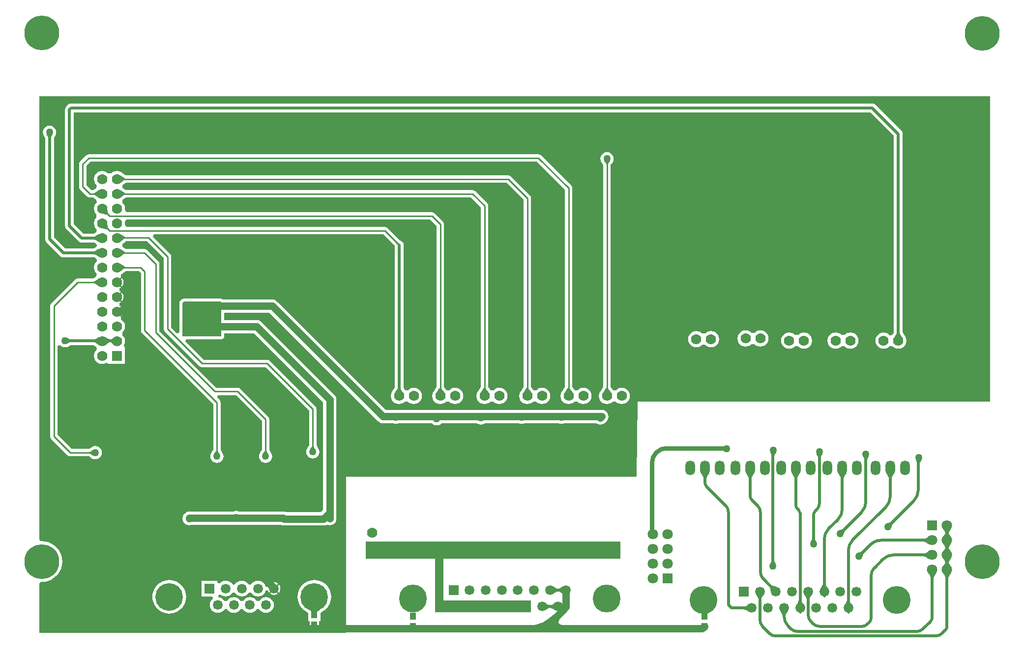
<source format=gbl>
G04*
G04 #@! TF.GenerationSoftware,Altium Limited,Altium Designer,20.1.12 (249)*
G04*
G04 Layer_Physical_Order=2*
G04 Layer_Color=16711680*
%FSTAX24Y24*%
%MOIN*%
G70*
G04*
G04 #@! TF.SameCoordinates,50E87493-BE94-4217-AE32-DCF7016E3123*
G04*
G04*
G04 #@! TF.FilePolarity,Positive*
G04*
G01*
G75*
%ADD22C,0.0100*%
%ADD28R,0.0433X0.0472*%
%ADD56C,0.0665*%
%ADD63C,0.0200*%
%ADD64C,0.0200*%
%ADD65C,0.0500*%
%ADD66C,0.0300*%
%ADD67R,0.0709X0.0709*%
%ADD68C,0.0709*%
%ADD69C,0.0700*%
%ADD70R,0.0700X0.0700*%
%ADD71R,0.0665X0.0665*%
%ADD72C,0.1874*%
%ADD73C,0.0665*%
%ADD74C,0.1890*%
%ADD75O,0.0660X0.1000*%
%ADD76C,0.0394*%
%ADD77C,0.0500*%
%ADD78C,0.2362*%
G36*
X056362Y020635D02*
X056341Y020609D01*
X056305Y020558D01*
X05629Y020534D01*
X056278Y020511D01*
X056268Y020489D01*
X05626Y020467D01*
X056254Y020447D01*
X056251Y020427D01*
X05625Y020408D01*
X05605Y020426D01*
X056049Y020446D01*
X056047Y020467D01*
X056042Y020489D01*
X056036Y020511D01*
X056028Y020533D01*
X056019Y020557D01*
X056007Y02058D01*
X055979Y02063D01*
X055963Y020655D01*
X056362Y020635D01*
D02*
G37*
G36*
X059481Y020524D02*
X059449Y020473D01*
X059436Y020449D01*
X059425Y020426D01*
X059416Y020404D01*
X059409Y020382D01*
X059404Y020361D01*
X059401Y02034D01*
X0594Y020321D01*
X0592D01*
X059199Y02034D01*
X059196Y020361D01*
X059191Y020382D01*
X059184Y020404D01*
X059175Y020426D01*
X059164Y020449D01*
X059151Y020473D01*
X059119Y020524D01*
X0591Y02055D01*
X0595D01*
X059481Y020524D01*
D02*
G37*
G36*
X062631Y020374D02*
X062599Y020323D01*
X062586Y020299D01*
X062575Y020276D01*
X062566Y020254D01*
X062559Y020232D01*
X062554Y020211D01*
X062551Y02019D01*
X06255Y020171D01*
X06235D01*
X062349Y02019D01*
X062346Y020211D01*
X062341Y020232D01*
X062334Y020254D01*
X062325Y020276D01*
X062314Y020299D01*
X062301Y020323D01*
X062269Y020374D01*
X06225Y0204D01*
X06265D01*
X062631Y020374D01*
D02*
G37*
G36*
X066229Y020126D02*
X066205Y0201D01*
X066163Y02005D01*
X066147Y020027D01*
X066132Y020004D01*
X066121Y019982D01*
X066112Y019962D01*
X066105Y019942D01*
X066101Y019923D01*
X0661Y019905D01*
X0659Y01995D01*
X065899Y019972D01*
X065897Y019994D01*
X065894Y020016D01*
X065889Y020038D01*
X065883Y020061D01*
X065867Y020106D01*
X065857Y020129D01*
X065833Y020176D01*
X066229Y020126D01*
D02*
G37*
G36*
X070859Y04485D02*
X070859Y0241D01*
X046984D01*
X046913Y019D01*
X0272Y019D01*
X0272Y0084D01*
X0064D01*
Y011762D01*
X006516Y011869D01*
X006575Y011865D01*
X006792Y011882D01*
X007003Y011932D01*
X007204Y012016D01*
X007389Y012129D01*
X007554Y01227D01*
X007696Y012436D01*
X007809Y012621D01*
X007892Y012822D01*
X007943Y013033D01*
X00796Y01325D01*
X007943Y013467D01*
X007892Y013678D01*
X007809Y013879D01*
X007696Y014064D01*
X007554Y01423D01*
X007389Y014371D01*
X007204Y014484D01*
X007003Y014568D01*
X006792Y014618D01*
X006575Y014635D01*
X006516Y014631D01*
X0064Y014738D01*
Y04485D01*
X070859Y04485D01*
D02*
G37*
G36*
X064342Y019205D02*
X064263Y019092D01*
X064244Y019058D01*
X064228Y019026D01*
X064216Y018995D01*
X064207Y018967D01*
X064202Y018941D01*
X0642Y018917D01*
X064D01*
X063998Y018941D01*
X063993Y018967D01*
X063984Y018995D01*
X063972Y019026D01*
X063956Y019058D01*
X063937Y019092D01*
X063888Y019165D01*
X063858Y019205D01*
X063825Y019246D01*
X064375D01*
X064342Y019205D01*
D02*
G37*
G36*
X061092D02*
X061013Y019092D01*
X060994Y019058D01*
X060978Y019026D01*
X060966Y018995D01*
X060957Y018967D01*
X060952Y018941D01*
X06095Y018917D01*
X06075D01*
X060748Y018941D01*
X060743Y018967D01*
X060734Y018995D01*
X060722Y019026D01*
X060706Y019058D01*
X060687Y019092D01*
X060638Y019165D01*
X060608Y019205D01*
X060575Y019246D01*
X061125D01*
X061092Y019205D01*
D02*
G37*
G36*
X057942D02*
X057863Y019092D01*
X057844Y019058D01*
X057828Y019026D01*
X057816Y018995D01*
X057807Y018967D01*
X057802Y018941D01*
X0578Y018917D01*
X0576D01*
X057598Y018941D01*
X057593Y018967D01*
X057584Y018995D01*
X057572Y019026D01*
X057556Y019058D01*
X057537Y019092D01*
X057488Y019165D01*
X057458Y019205D01*
X057425Y019246D01*
X057975D01*
X057942Y019205D01*
D02*
G37*
G36*
X054842D02*
X054763Y019092D01*
X054744Y019058D01*
X054728Y019026D01*
X054716Y018995D01*
X054707Y018967D01*
X054702Y018941D01*
X0547Y018917D01*
X0545D01*
X054498Y018941D01*
X054493Y018967D01*
X054484Y018995D01*
X054472Y019026D01*
X054456Y019058D01*
X054437Y019092D01*
X054388Y019165D01*
X054358Y019205D01*
X054325Y019246D01*
X054875D01*
X054842Y019205D01*
D02*
G37*
G36*
X051792D02*
X051713Y019092D01*
X051694Y019058D01*
X051678Y019026D01*
X051666Y018995D01*
X051657Y018967D01*
X051652Y018941D01*
X05165Y018917D01*
X05145D01*
X051448Y018941D01*
X051443Y018967D01*
X051434Y018995D01*
X051422Y019026D01*
X051406Y019058D01*
X051387Y019092D01*
X051338Y019165D01*
X051308Y019205D01*
X051275Y019246D01*
X051825D01*
X051792Y019205D01*
D02*
G37*
G36*
X064289Y015823D02*
X064276Y015808D01*
X064263Y015792D01*
X064252Y015773D01*
X064242Y015753D01*
X064232Y015731D01*
X064223Y015707D01*
X064216Y01568D01*
X064203Y015622D01*
X064198Y01559D01*
X063915Y015873D01*
X063947Y015878D01*
X064005Y015891D01*
X064031Y015899D01*
X064055Y015907D01*
X064078Y015917D01*
X064098Y015928D01*
X064116Y015939D01*
X064133Y015951D01*
X064147Y015964D01*
X064289Y015823D01*
D02*
G37*
G36*
X061039Y015347D02*
X061026Y015333D01*
X061013Y015316D01*
X061002Y015298D01*
X060992Y015278D01*
X060982Y015255D01*
X060973Y015231D01*
X060966Y015205D01*
X060953Y015147D01*
X060948Y015115D01*
X060665Y015398D01*
X060697Y015403D01*
X060755Y015416D01*
X060781Y015423D01*
X060805Y015432D01*
X060828Y015442D01*
X060848Y015452D01*
X060866Y015463D01*
X060883Y015476D01*
X060897Y015489D01*
X061039Y015347D01*
D02*
G37*
G36*
X068198Y01544D02*
X068096Y01528D01*
X068079Y015248D01*
X068067Y015218D01*
X06806Y0152D01*
X068067Y015182D01*
X068079Y015152D01*
X068096Y01512D01*
X06814Y015046D01*
X068198Y01496D01*
X068233Y014913D01*
X067667D01*
X067702Y01496D01*
X067804Y01512D01*
X067821Y015152D01*
X067833Y015182D01*
X06784Y0152D01*
X067833Y015218D01*
X067821Y015248D01*
X067804Y01528D01*
X06776Y015354D01*
X067702Y01544D01*
X067667Y015487D01*
X068233D01*
X068198Y01544D01*
D02*
G37*
G36*
X059001Y01481D02*
X059004Y014789D01*
X059009Y014768D01*
X059016Y014746D01*
X059025Y014724D01*
X059036Y014701D01*
X059049Y014677D01*
X059081Y014626D01*
X0591Y0146D01*
X0587D01*
X058719Y014626D01*
X058751Y014677D01*
X058764Y014701D01*
X058775Y014724D01*
X058784Y014746D01*
X058791Y014768D01*
X058796Y014789D01*
X058799Y01481D01*
X0588Y014829D01*
X059D01*
X059001Y01481D01*
D02*
G37*
G36*
X066737Y014417D02*
X06669Y014452D01*
X06653Y014554D01*
X066498Y014571D01*
X066468Y014583D01*
X066442Y014593D01*
X066418Y014598D01*
X066397Y0146D01*
Y0148D01*
X066418Y014802D01*
X066442Y014807D01*
X066468Y014816D01*
X066498Y014829D01*
X06653Y014846D01*
X066604Y01489D01*
X06669Y014949D01*
X066737Y014983D01*
Y014417D01*
D02*
G37*
G36*
X068198Y01444D02*
X068096Y01428D01*
X068079Y014248D01*
X068067Y014218D01*
X06806Y0142D01*
X068067Y014182D01*
X068079Y014152D01*
X068096Y01412D01*
X06814Y014046D01*
X068198Y01396D01*
X068233Y013913D01*
X067667D01*
X067702Y01396D01*
X067804Y01412D01*
X067821Y014152D01*
X067833Y014182D01*
X06784Y0142D01*
X067833Y014218D01*
X067821Y014248D01*
X067804Y01428D01*
X06776Y014354D01*
X067702Y01444D01*
X067667Y014487D01*
X068233D01*
X068198Y01444D01*
D02*
G37*
G36*
X062321Y013815D02*
X062308Y013801D01*
X062296Y013784D01*
X062284Y013766D01*
X062274Y013745D01*
X062264Y013723D01*
X062256Y013699D01*
X062248Y013673D01*
X062235Y013615D01*
X06223Y013583D01*
X061947Y013865D01*
X061979Y01387D01*
X062037Y013883D01*
X062063Y013891D01*
X062087Y0139D01*
X06211Y013909D01*
X06213Y01392D01*
X062149Y013931D01*
X062165Y013943D01*
X06218Y013957D01*
X062321Y013815D01*
D02*
G37*
G36*
X066737Y013417D02*
X06669Y013451D01*
X06653Y013554D01*
X066498Y013571D01*
X066468Y013584D01*
X066442Y013593D01*
X066418Y013598D01*
X066397Y0136D01*
Y0138D01*
X066418Y013802D01*
X066442Y013807D01*
X066468Y013816D01*
X066498Y013829D01*
X06653Y013846D01*
X066604Y01389D01*
X06669Y013949D01*
X066737Y013983D01*
Y013417D01*
D02*
G37*
G36*
X056251Y01331D02*
X056254Y013289D01*
X056259Y013268D01*
X056266Y013246D01*
X056275Y013224D01*
X056286Y013201D01*
X056299Y013177D01*
X056331Y013126D01*
X05635Y0131D01*
X05595D01*
X055969Y013126D01*
X056001Y013177D01*
X056014Y013201D01*
X056025Y013224D01*
X056034Y013246D01*
X056041Y013268D01*
X056046Y013289D01*
X056049Y01331D01*
X05605Y013329D01*
X05625D01*
X056251Y01331D01*
D02*
G37*
G36*
X068198Y01344D02*
X068096Y01328D01*
X068079Y013248D01*
X068067Y013218D01*
X06806Y0132D01*
X068067Y013182D01*
X068079Y013152D01*
X068096Y01312D01*
X06814Y013046D01*
X068198Y01296D01*
X068233Y012913D01*
X067667D01*
X067702Y01296D01*
X067804Y01312D01*
X067821Y013152D01*
X067833Y013182D01*
X06784Y0132D01*
X067833Y013218D01*
X067821Y013248D01*
X067804Y01328D01*
X06776Y013354D01*
X067702Y01344D01*
X067667Y013487D01*
X068233D01*
X068198Y01344D01*
D02*
G37*
G36*
Y01244D02*
X068096Y01228D01*
X068079Y012248D01*
X068067Y012218D01*
X068057Y012192D01*
X068052Y012168D01*
X06805Y012147D01*
X06785D01*
X067848Y012168D01*
X067843Y012192D01*
X067833Y012218D01*
X067821Y012248D01*
X067804Y01228D01*
X06776Y012354D01*
X067702Y01244D01*
X067667Y012487D01*
X068233D01*
X068198Y01244D01*
D02*
G37*
G36*
X067199D02*
X067096Y01228D01*
X067079Y012248D01*
X067066Y012218D01*
X067057Y012192D01*
X067052Y012168D01*
X06705Y012147D01*
X06685D01*
X066848Y012168D01*
X066843Y012192D01*
X066834Y012218D01*
X066821Y012248D01*
X066804Y01228D01*
X06676Y012354D01*
X066701Y01244D01*
X066667Y012487D01*
X067233D01*
X067199Y01244D01*
D02*
G37*
G36*
X059728Y011715D02*
X059733Y011692D01*
X059741Y011666D01*
X059753Y011638D01*
X059768Y011608D01*
X059808Y011539D01*
X059833Y011501D01*
X059892Y011418D01*
X05936D01*
X059392Y011461D01*
X059467Y011575D01*
X059485Y011608D01*
X059511Y011666D01*
X05952Y011692D01*
X059525Y011715D01*
X059526Y011735D01*
X059726D01*
X059728Y011715D01*
D02*
G37*
G36*
X056076Y011641D02*
X056095Y011628D01*
X056119Y011616D01*
X056147Y011605D01*
X056179Y011594D01*
X056256Y011573D01*
X0563Y011564D01*
X056402Y011547D01*
X056025Y011171D01*
X056017Y011224D01*
X05599Y011357D01*
X055979Y011394D01*
X055957Y011454D01*
X055945Y011478D01*
X055932Y011497D01*
X055919Y011513D01*
X05606Y011654D01*
X056076Y011641D01*
D02*
G37*
G36*
X041278Y011553D02*
X041392Y011479D01*
X041425Y01146D01*
X041483Y011434D01*
X041509Y011426D01*
X041532Y011421D01*
X041552Y011419D01*
X041553Y011219D01*
X041533Y011217D01*
X04151Y011212D01*
X041484Y011204D01*
X041456Y011192D01*
X041426Y011177D01*
X041357Y011137D01*
X041319Y011112D01*
X041236Y011052D01*
X041235Y011585D01*
X041278Y011553D01*
D02*
G37*
G36*
X041922Y01112D02*
X042388D01*
X042385Y011114D01*
X042382Y011105D01*
X042379Y011092D01*
X042377Y011075D01*
X042373Y011004D01*
X042372Y010901D01*
X041872D01*
X041871Y010939D01*
X041862Y011097D01*
X041765Y01116D01*
X041732Y011178D01*
X041674Y011204D01*
X041649Y011212D01*
X041626Y011217D01*
X041605Y011219D01*
X041604Y011419D01*
X041625Y011421D01*
X041648Y011426D01*
X041673Y011434D01*
X041701Y011446D01*
X041732Y011461D01*
X0418Y011501D01*
X041838Y011526D01*
X041921Y011586D01*
X041922Y01112D01*
D02*
G37*
G36*
X05877Y010975D02*
X058696Y010862D01*
X058677Y010829D01*
X058651Y01077D01*
X058642Y010745D01*
X058637Y010722D01*
X058636Y010701D01*
X058436D01*
X058434Y010722D01*
X058429Y010745D01*
X058421Y01077D01*
X058409Y010798D01*
X058394Y010829D01*
X058354Y010897D01*
X05833Y010935D01*
X05827Y011018D01*
X058802D01*
X05877Y010975D01*
D02*
G37*
G36*
X055499D02*
X055424Y010862D01*
X055406Y010829D01*
X055379Y01077D01*
X055371Y010745D01*
X055366Y010722D01*
X055364Y010701D01*
X055164D01*
X055163Y010722D01*
X055158Y010745D01*
X055149Y01077D01*
X055138Y010798D01*
X055123Y010829D01*
X055083Y010897D01*
X055058Y010935D01*
X054998Y011018D01*
X05553D01*
X055499Y010975D01*
D02*
G37*
G36*
X061364Y010596D02*
X061369Y010573D01*
X061377Y010548D01*
X061389Y01052D01*
X061404Y01049D01*
X061444Y010421D01*
X061468Y010383D01*
X061528Y0103D01*
X060996D01*
X061028Y010343D01*
X061102Y010457D01*
X061121Y01049D01*
X061147Y010548D01*
X061156Y010573D01*
X061161Y010596D01*
X061162Y010617D01*
X061362D01*
X061364Y010596D01*
D02*
G37*
G36*
X058092D02*
X058097Y010573D01*
X058105Y010548D01*
X058117Y01052D01*
X058132Y01049D01*
X058172Y010421D01*
X058197Y010383D01*
X058257Y0103D01*
X057725D01*
X057756Y010343D01*
X057831Y010457D01*
X057849Y01049D01*
X057876Y010548D01*
X057884Y010573D01*
X057889Y010596D01*
X057891Y010617D01*
X058091D01*
X058092Y010596D01*
D02*
G37*
G36*
X041381Y009934D02*
X041338Y009966D01*
X041224Y01004D01*
X041192Y010058D01*
X041133Y010085D01*
X041108Y010093D01*
X041085Y010098D01*
X041064Y0101D01*
Y0103D01*
X041085Y010302D01*
X041108Y010307D01*
X041133Y010315D01*
X041161Y010327D01*
X041192Y010342D01*
X04126Y010381D01*
X041298Y010406D01*
X041381Y010466D01*
Y009934D01*
D02*
G37*
G36*
X040733Y010434D02*
X040847Y01036D01*
X04088Y010342D01*
X040939Y010315D01*
X040964Y010307D01*
X040987Y010302D01*
X041007Y0103D01*
Y0101D01*
X040987Y010098D01*
X040964Y010093D01*
X040939Y010085D01*
X040911Y010073D01*
X04088Y010058D01*
X040812Y010019D01*
X040774Y009994D01*
X04069Y009934D01*
Y010466D01*
X040733Y010434D01*
D02*
G37*
G36*
X041669Y010254D02*
X041689Y010239D01*
X04171Y010226D01*
X041732Y010213D01*
X041756Y010202D01*
X041782Y010192D01*
X041809Y010183D01*
X041838Y010175D01*
X041901Y010163D01*
X041618Y00988D01*
X041613Y009912D01*
X041599Y009972D01*
X04159Y009999D01*
X041579Y010025D01*
X041568Y010049D01*
X041555Y010072D01*
X041542Y010092D01*
X041527Y010112D01*
X04151Y010129D01*
X041652Y010271D01*
X041669Y010254D01*
D02*
G37*
G36*
X041883Y010058D02*
X041883Y010054D01*
X041885Y010048D01*
X041889Y010042D01*
X041893Y010035D01*
X041899Y010027D01*
X041915Y010008D01*
X041936Y009986D01*
X041795Y009845D01*
X041783Y009856D01*
X041746Y009888D01*
X041739Y009892D01*
X041733Y009896D01*
X041728Y009898D01*
X041723Y009898D01*
X04172Y009898D01*
X041884Y010062D01*
X041883Y010058D01*
D02*
G37*
G36*
X054519Y009834D02*
X054476Y009866D01*
X054362Y00994D01*
X054329Y009959D01*
X054271Y009985D01*
X054245Y009993D01*
X054222Y009998D01*
X054202Y01D01*
Y0102D01*
X054222Y010202D01*
X054245Y010207D01*
X054271Y010215D01*
X054299Y010227D01*
X054329Y010242D01*
X054398Y010281D01*
X054436Y010306D01*
X054519Y010366D01*
Y009834D01*
D02*
G37*
G36*
X0458Y01345D02*
X0338D01*
Y0106D01*
X03975D01*
Y0098D01*
X03325D01*
Y01345D01*
X02855D01*
Y0146D01*
X0458D01*
Y01345D01*
D02*
G37*
G36*
X057134Y009857D02*
X05706Y009743D01*
X057042Y00971D01*
X057015Y009652D01*
X057007Y009627D01*
X057002Y009604D01*
X057Y009583D01*
X0568D01*
X056798Y009604D01*
X056793Y009627D01*
X056785Y009652D01*
X056773Y00968D01*
X056758Y00971D01*
X056719Y009779D01*
X056694Y009817D01*
X056634Y0099D01*
X057166D01*
X057134Y009857D01*
D02*
G37*
G36*
X041834Y009523D02*
X041736Y009403D01*
X041668Y009296D01*
X041628Y009205D01*
X041618Y009127D01*
X041637Y009063D01*
X041685Y009014D01*
X041762Y008978D01*
X041868Y008957D01*
X042004Y00895D01*
X04065Y00845D01*
X039796Y00895D01*
X039946Y008957D01*
X040095Y008978D01*
X040243Y009014D01*
X04039Y009063D01*
X040536Y009127D01*
X040681Y009205D01*
X040825Y009296D01*
X040969Y009403D01*
X041112Y009523D01*
X041254Y009657D01*
X041961D01*
X041834Y009523D01*
D02*
G37*
%LPC*%
G36*
X012014Y032499D02*
X011733Y032218D01*
X012014Y031937D01*
X012055Y031991D01*
X012101Y0321D01*
X012116Y032218D01*
X012101Y032335D01*
X012055Y032445D01*
X012014Y032499D01*
D02*
G37*
G36*
X012014Y031499D02*
X011733Y031218D01*
X012014Y030937D01*
X012055Y030991D01*
X012101Y0311D01*
X012116Y031218D01*
X012101Y031335D01*
X012055Y031445D01*
X012014Y031499D01*
D02*
G37*
G36*
X012097Y030345D02*
X012112Y030247D01*
X012101Y030335D01*
X012097Y030345D01*
D02*
G37*
G36*
X011864Y030349D02*
X011733Y030218D01*
X011883Y030068D01*
X011864Y030349D01*
D02*
G37*
G36*
X01206Y030001D02*
X012014Y029998D01*
X011987Y029993D01*
X011964Y029987D01*
X012014Y029937D01*
X012055Y029991D01*
X01206Y030001D01*
D02*
G37*
G36*
X0553Y028955D02*
X055156Y028936D01*
X055023Y02888D01*
X054908Y028792D01*
X054899Y028781D01*
X054701D01*
X054692Y028792D01*
X054577Y02888D01*
X054444Y028936D01*
X0543Y028955D01*
X054156Y028936D01*
X054023Y02888D01*
X053908Y028792D01*
X05382Y028677D01*
X053764Y028544D01*
X053745Y0284D01*
X053764Y028256D01*
X05382Y028123D01*
X053908Y028008D01*
X054023Y02792D01*
X054156Y027864D01*
X0543Y027845D01*
X054444Y027864D01*
X054577Y02792D01*
X054692Y028008D01*
X054701Y028019D01*
X054899D01*
X054908Y028008D01*
X055023Y02792D01*
X055156Y027864D01*
X0553Y027845D01*
X055444Y027864D01*
X055577Y02792D01*
X055692Y028008D01*
X05578Y028123D01*
X055836Y028256D01*
X055855Y0284D01*
X055836Y028544D01*
X05578Y028677D01*
X055692Y028792D01*
X055577Y02888D01*
X055444Y028936D01*
X0553Y028955D01*
D02*
G37*
G36*
X05195Y028905D02*
X051806Y028886D01*
X051673Y02883D01*
X051558Y028742D01*
X051549Y028731D01*
X051351D01*
X051342Y028742D01*
X051227Y02883D01*
X051094Y028886D01*
X05095Y028905D01*
X050806Y028886D01*
X050673Y02883D01*
X050558Y028742D01*
X05047Y028627D01*
X050414Y028494D01*
X050395Y02835D01*
X050414Y028206D01*
X05047Y028073D01*
X050558Y027958D01*
X050673Y02787D01*
X050806Y027814D01*
X05095Y027795D01*
X051094Y027814D01*
X051227Y02787D01*
X051342Y027958D01*
X051351Y027969D01*
X051549D01*
X051558Y027958D01*
X051673Y02787D01*
X051806Y027814D01*
X05195Y027795D01*
X052094Y027814D01*
X052227Y02787D01*
X052342Y027958D01*
X05243Y028073D01*
X052486Y028206D01*
X052505Y02835D01*
X052486Y028494D01*
X05243Y028627D01*
X052342Y028742D01*
X052227Y02883D01*
X052094Y028886D01*
X05195Y028905D01*
D02*
G37*
G36*
X05825Y028805D02*
X058106Y028786D01*
X057973Y02873D01*
X057858Y028642D01*
X057849Y028631D01*
X057651D01*
X057642Y028642D01*
X057527Y02873D01*
X057394Y028786D01*
X05725Y028805D01*
X057106Y028786D01*
X056973Y02873D01*
X056858Y028642D01*
X05677Y028527D01*
X056714Y028394D01*
X056695Y02825D01*
X056714Y028106D01*
X05677Y027973D01*
X056858Y027858D01*
X056973Y02777D01*
X057106Y027714D01*
X05725Y027695D01*
X057394Y027714D01*
X057527Y02777D01*
X057642Y027858D01*
X057651Y027869D01*
X057849D01*
X057858Y027858D01*
X057973Y02777D01*
X058106Y027714D01*
X05825Y027695D01*
X058394Y027714D01*
X058527Y02777D01*
X058642Y027858D01*
X05873Y027973D01*
X058786Y028106D01*
X058805Y02825D01*
X058786Y028394D01*
X05873Y028527D01*
X058642Y028642D01*
X058527Y02873D01*
X058394Y028786D01*
X05825Y028805D01*
D02*
G37*
G36*
X0614Y028805D02*
X061256Y028786D01*
X061123Y02873D01*
X061008Y028642D01*
X060999Y028631D01*
X060801D01*
X060792Y028642D01*
X060677Y02873D01*
X060544Y028786D01*
X0604Y028805D01*
X060256Y028786D01*
X060123Y02873D01*
X060008Y028642D01*
X05992Y028527D01*
X059864Y028394D01*
X059845Y02825D01*
X059864Y028106D01*
X05992Y027973D01*
X060008Y027858D01*
X060123Y02777D01*
X060256Y027714D01*
X0604Y027695D01*
X060544Y027714D01*
X060677Y02777D01*
X060792Y027858D01*
X060801Y027869D01*
X060999D01*
X061008Y027858D01*
X061123Y02777D01*
X061256Y027714D01*
X0614Y027695D01*
X061544Y027714D01*
X061677Y02777D01*
X061792Y027858D01*
X06188Y027973D01*
X061936Y028106D01*
X061955Y02825D01*
X061936Y028394D01*
X06188Y028527D01*
X061792Y028642D01*
X061677Y02873D01*
X061544Y028786D01*
X0614Y028805D01*
D02*
G37*
G36*
X062887Y044353D02*
X008567D01*
X008489Y044342D01*
X008416Y044312D01*
X008353Y044264D01*
X008353Y044264D01*
X008236Y044147D01*
X008188Y044084D01*
X008158Y044011D01*
X008147Y043933D01*
Y03605D01*
X008158Y035972D01*
X008188Y035899D01*
X008236Y035836D01*
X009068Y035004D01*
X009131Y034956D01*
X009204Y034926D01*
X009282Y034915D01*
X009282Y034915D01*
X010097D01*
X010099Y034915D01*
X010105Y034914D01*
X010114Y034911D01*
X01013Y034904D01*
X010147Y034896D01*
X010276Y034813D01*
X010283Y034798D01*
X010293Y034772D01*
X010293Y034662D01*
X010281Y03463D01*
X010276Y034622D01*
X010212Y034578D01*
X010151Y034542D01*
X01013Y034531D01*
X010114Y034524D01*
X010105Y034522D01*
X010099Y034521D01*
X010097Y03452D01*
X008157D01*
X007403Y035275D01*
Y042006D01*
X007404Y04201D01*
X007404Y04202D01*
X007404Y042022D01*
X007406Y042027D01*
X007408Y042035D01*
X007412Y042045D01*
X007418Y042057D01*
X007425Y04207D01*
X00745Y042109D01*
X007465Y04213D01*
X007472Y042146D01*
X007493Y042173D01*
X007538Y042283D01*
X007554Y0424D01*
X007538Y042517D01*
X007493Y042627D01*
X007421Y042721D01*
X007327Y042793D01*
X007217Y042838D01*
X0071Y042854D01*
X006983Y042838D01*
X006873Y042793D01*
X006779Y042721D01*
X006707Y042627D01*
X006662Y042517D01*
X006646Y0424D01*
X006662Y042283D01*
X006707Y042173D01*
X006728Y042146D01*
X006735Y04213D01*
X00675Y042109D01*
X006775Y04207D01*
X006782Y042057D01*
X006788Y042045D01*
X006792Y042035D01*
X006794Y042027D01*
X006796Y042022D01*
X006796Y04202D01*
X006796Y04201D01*
X006797Y042006D01*
Y03515D01*
X006808Y035072D01*
X006838Y034999D01*
X006886Y034936D01*
X007818Y034004D01*
X007818Y034004D01*
X007881Y033956D01*
X007954Y033926D01*
X008032Y033915D01*
X008032Y033915D01*
X010097D01*
X010099Y033915D01*
X010105Y033914D01*
X010114Y033911D01*
X01013Y033904D01*
X010147Y033896D01*
X010276Y033813D01*
X010293Y033755D01*
X010297Y033658D01*
X010294Y033648D01*
X010281Y033619D01*
X01027Y03361D01*
X010182Y033495D01*
X010127Y033361D01*
X010108Y033218D01*
X010127Y033074D01*
X010182Y032941D01*
X01027Y032826D01*
X010281Y032817D01*
X010296Y032784D01*
X010296Y032782D01*
X010277Y032622D01*
X010274Y032619D01*
X010099Y032495D01*
X010064Y032473D01*
X009018D01*
X00892Y032453D01*
X008838Y032398D01*
X00722Y03078D01*
X007165Y030698D01*
X007145Y0306D01*
Y02175D01*
X007165Y021652D01*
X00722Y02157D01*
X00832Y02047D01*
X008402Y020415D01*
X0085Y020395D01*
X009766D01*
X009895Y020311D01*
X009928Y020286D01*
X009945Y020278D01*
X009973Y020257D01*
X010083Y020212D01*
X0102Y020196D01*
X010317Y020212D01*
X010427Y020257D01*
X010521Y020329D01*
X010593Y020423D01*
X010638Y020533D01*
X010654Y02065D01*
X010638Y020767D01*
X010593Y020877D01*
X010521Y020971D01*
X010427Y021043D01*
X010317Y021088D01*
X0102Y021104D01*
X010083Y021088D01*
X009973Y021043D01*
X009945Y021022D01*
X009928Y021014D01*
X009892Y020987D01*
X009803Y020925D01*
X009771Y020905D01*
X008606D01*
X007655Y021856D01*
Y027897D01*
X007812Y027951D01*
X007829Y027929D01*
X007923Y027857D01*
X008033Y027812D01*
X00815Y027796D01*
X008267Y027812D01*
X008377Y027857D01*
X008404Y027878D01*
X00842Y027885D01*
X008441Y0279D01*
X00848Y027925D01*
X008493Y027932D01*
X008505Y027938D01*
X008515Y027942D01*
X008523Y027944D01*
X008528Y027946D01*
X00853Y027946D01*
X00854Y027946D01*
X008544Y027947D01*
X010088D01*
X010088Y027947D01*
X01009Y027947D01*
X010095Y027945D01*
X010109Y027938D01*
X010129Y027927D01*
X010189Y027887D01*
X010263Y027829D01*
X010279Y027816D01*
X010302Y027687D01*
X010281Y027619D01*
X01027Y02761D01*
X010182Y027495D01*
X010127Y027361D01*
X010108Y027218D01*
X010127Y027074D01*
X010182Y026941D01*
X01027Y026826D01*
X010385Y026737D01*
X010519Y026682D01*
X010662Y026663D01*
X010806Y026682D01*
X01094Y026737D01*
X010955Y026749D01*
X011112Y026671D01*
Y026668D01*
X012212D01*
Y027768D01*
X012209D01*
X012131Y027925D01*
X012143Y027941D01*
X012198Y028074D01*
X012217Y028218D01*
X012198Y028361D01*
X012143Y028495D01*
X012055Y02861D01*
X012044Y028619D01*
Y028817D01*
X012055Y028826D01*
X012143Y02894D01*
X012198Y029074D01*
X012217Y029218D01*
X012198Y029361D01*
X012143Y029495D01*
X012055Y02961D01*
X011956Y029686D01*
X011948Y029702D01*
X011941Y02975D01*
X011944Y029865D01*
X011627Y030183D01*
X011662Y030218D01*
X011627Y030253D01*
X011855Y030481D01*
X011853Y030511D01*
X011857Y03051D01*
X011864Y03051D01*
X011882Y030509D01*
X011943Y03057D01*
X011889Y030611D01*
X011834Y030634D01*
X011834Y030802D01*
X011889Y030825D01*
X011943Y030866D01*
X011627Y031183D01*
X011662Y031218D01*
X011627Y031253D01*
X011943Y03157D01*
X011889Y031611D01*
X011834Y031634D01*
X011834Y031802D01*
X011889Y031825D01*
X011943Y031866D01*
X011627Y032183D01*
X011662Y032218D01*
X011627Y032253D01*
X011944Y03257D01*
X011941Y032686D01*
X011948Y032734D01*
X011956Y03275D01*
X011978Y032767D01*
X011994Y032775D01*
X012051Y032817D01*
X012226Y032941D01*
X012261Y032963D01*
X013177D01*
X013295Y032844D01*
Y02895D01*
X013314Y028852D01*
X01337Y02877D01*
X018195Y023944D01*
Y020834D01*
X018111Y020705D01*
X018086Y020672D01*
X018078Y020655D01*
X018057Y020627D01*
X018012Y020517D01*
X017996Y0204D01*
X018012Y020283D01*
X018057Y020173D01*
X018129Y020079D01*
X018223Y020007D01*
X018333Y019962D01*
X01845Y019946D01*
X018567Y019962D01*
X018677Y020007D01*
X018771Y020079D01*
X018843Y020173D01*
X018888Y020283D01*
X018904Y0204D01*
X018888Y020517D01*
X018843Y020627D01*
X018822Y020655D01*
X018814Y020672D01*
X018787Y020708D01*
X018725Y020797D01*
X018705Y020829D01*
Y02405D01*
X018685Y024148D01*
X01863Y02423D01*
X018461Y0244D01*
X018521Y024545D01*
X019744D01*
X021495Y022794D01*
Y020834D01*
X021411Y020705D01*
X021386Y020672D01*
X021378Y020655D01*
X021357Y020627D01*
X021312Y020517D01*
X021296Y0204D01*
X021312Y020283D01*
X021357Y020173D01*
X021429Y020079D01*
X021523Y020007D01*
X021633Y019962D01*
X02175Y019946D01*
X021867Y019962D01*
X021977Y020007D01*
X022071Y020079D01*
X022143Y020173D01*
X022188Y020283D01*
X022204Y0204D01*
X022188Y020517D01*
X022143Y020627D01*
X022122Y020655D01*
X022114Y020672D01*
X022087Y020708D01*
X022025Y020797D01*
X022005Y020829D01*
Y0229D01*
X021985Y022998D01*
X02193Y02308D01*
X02003Y02498D01*
X019948Y025036D01*
X01985Y025055D01*
X018406D01*
X014555Y028906D01*
Y03345D01*
X014535Y033548D01*
X01448Y03363D01*
X013712Y034398D01*
X01363Y034453D01*
X013532Y034473D01*
X012272D01*
X012049Y034621D01*
X012047Y034622D01*
X012024Y034703D01*
X012027Y034769D01*
X012034Y034792D01*
X012045Y034816D01*
X012125Y034882D01*
X012241Y034974D01*
X012271Y034995D01*
X013694D01*
X014845Y033844D01*
Y02905D01*
X014864Y028952D01*
X01492Y02887D01*
X01727Y02652D01*
X017352Y026465D01*
X01745Y026445D01*
X021744D01*
X024695Y023494D01*
Y021134D01*
X024611Y021005D01*
X024586Y020972D01*
X024578Y020955D01*
X024557Y020927D01*
X024512Y020817D01*
X024496Y0207D01*
X024512Y020583D01*
X024557Y020473D01*
X024629Y020379D01*
X024723Y020307D01*
X024833Y020262D01*
X02495Y020246D01*
X025067Y020262D01*
X025177Y020307D01*
X025271Y020379D01*
X025343Y020473D01*
X025388Y020583D01*
X025404Y0207D01*
X025388Y020817D01*
X025343Y020927D01*
X025322Y020955D01*
X025314Y020972D01*
X025287Y021008D01*
X025225Y021097D01*
X025205Y021129D01*
Y0236D01*
X025185Y023698D01*
X02513Y02378D01*
X02203Y02688D01*
X021948Y026936D01*
X02185Y026955D01*
X017556D01*
X01631Y028201D01*
X01637Y028346D01*
X01875D01*
X018828Y028362D01*
X018894Y028406D01*
X018938Y028472D01*
X018954Y02855D01*
Y028746D01*
X020962D01*
X025646Y024062D01*
Y016762D01*
X025488Y016604D01*
X023155D01*
X023065Y016641D01*
X022947Y016657D01*
X019944D01*
X019867Y016688D01*
X01975Y016704D01*
X019633Y016688D01*
X019556Y016657D01*
X016589D01*
X016589Y016657D01*
X016472Y016641D01*
X016362Y016596D01*
X016268Y016524D01*
X016268Y016524D01*
X016241Y016497D01*
X016169Y016403D01*
X016124Y016293D01*
X016108Y016176D01*
X016124Y016059D01*
X016169Y015949D01*
X016241Y015855D01*
X016335Y015783D01*
X016445Y015738D01*
X016562Y015722D01*
X01668Y015738D01*
X016708Y015749D01*
X022792D01*
X022883Y015712D01*
X023Y015696D01*
X023Y015696D01*
X025676D01*
X025793Y015712D01*
X025903Y015757D01*
X025913Y015765D01*
X025983Y015736D01*
X0261Y01572D01*
X026217Y015736D01*
X026327Y015781D01*
X026421Y015853D01*
X026493Y015947D01*
X026538Y016057D01*
X026554Y016174D01*
Y016574D01*
Y02425D01*
X026554Y02425D01*
X026538Y024367D01*
X026493Y024477D01*
X026421Y024571D01*
X021471Y029521D01*
X021377Y029593D01*
X021267Y029638D01*
X02115Y029654D01*
X018954D01*
Y030146D01*
X022012D01*
X029383Y022775D01*
X029383Y022775D01*
X029477Y022703D01*
X029587Y022657D01*
X029704Y022642D01*
X030394D01*
X030468Y022612D01*
X030585Y022596D01*
X030703Y022612D01*
X030776Y022642D01*
X033019D01*
X033029Y022629D01*
X033123Y022557D01*
X033233Y022512D01*
X03335Y022496D01*
X033467Y022512D01*
X033577Y022557D01*
X033671Y022629D01*
X033681Y022642D01*
X036077D01*
X036123Y022607D01*
X036233Y022562D01*
X03635Y022546D01*
X036467Y022562D01*
X036577Y022607D01*
X036623Y022642D01*
X038909D01*
X038983Y022612D01*
X0391Y022596D01*
X039217Y022612D01*
X039291Y022642D01*
X041609D01*
X041683Y022612D01*
X0418Y022596D01*
X041917Y022612D01*
X041991Y022642D01*
X044177D01*
X044223Y022607D01*
X044333Y022562D01*
X04445Y022546D01*
X044567Y022562D01*
X044677Y022607D01*
X044771Y022679D01*
X044867Y022775D01*
X044867Y022775D01*
X044939Y022869D01*
X044984Y022978D01*
X045Y023096D01*
X044984Y023213D01*
X044939Y023323D01*
X044867Y023417D01*
X044773Y023489D01*
X044663Y023534D01*
X044546Y02355D01*
X044546Y02355D01*
X029892D01*
X022521Y030921D01*
X022427Y030993D01*
X022317Y031038D01*
X0222Y031054D01*
X01883D01*
X018778Y031088D01*
X0187Y031104D01*
X0162D01*
X016122Y031088D01*
X016056Y031044D01*
X015956Y030944D01*
X015912Y030878D01*
X015896Y0308D01*
Y02882D01*
X015751Y02876D01*
X015355Y029156D01*
Y03395D01*
X015336Y034048D01*
X01528Y03413D01*
X014105Y035306D01*
X01417Y035463D01*
X029727D01*
X030457Y034733D01*
X030497Y03469D01*
X030497Y034689D01*
Y025065D01*
X030497Y025063D01*
X030496Y025057D01*
X030493Y025048D01*
X030486Y025032D01*
X030478Y025015D01*
X030386Y024872D01*
X030356Y024831D01*
X030348Y024815D01*
X03032Y024777D01*
X030264Y024644D01*
X030245Y0245D01*
X030264Y024356D01*
X03032Y024223D01*
X030408Y024108D01*
X030523Y02402D01*
X030656Y023964D01*
X0308Y023945D01*
X030944Y023964D01*
X031077Y02402D01*
X031192Y024108D01*
X031201Y024119D01*
X031399D01*
X031408Y024108D01*
X031523Y02402D01*
X031656Y023964D01*
X0318Y023945D01*
X031944Y023964D01*
X032077Y02402D01*
X032192Y024108D01*
X03228Y024223D01*
X032336Y024356D01*
X032355Y0245D01*
X032336Y024644D01*
X03228Y024777D01*
X032192Y024892D01*
X032077Y02498D01*
X031944Y025036D01*
X0318Y025055D01*
X031656Y025036D01*
X031523Y02498D01*
X031408Y024892D01*
X031399Y024881D01*
X03137Y024868D01*
X031361Y024865D01*
X031224Y024874D01*
X031204Y024886D01*
X03116Y024951D01*
X031124Y025012D01*
X031114Y025032D01*
X031107Y025048D01*
X031104Y025057D01*
X031103Y025063D01*
X031103Y025065D01*
Y03475D01*
X031092Y034828D01*
X031062Y034901D01*
X031014Y034964D01*
X030951Y035012D01*
X030878Y035042D01*
X030877Y035043D01*
X030807Y035103D01*
X030012Y035898D01*
X02993Y035953D01*
X029832Y035973D01*
X012308D01*
X012206Y03613D01*
X012217Y036218D01*
X012206Y036305D01*
X012308Y036463D01*
X032918D01*
X033345Y036036D01*
Y025109D01*
X033197Y024886D01*
X033157Y024832D01*
X033149Y024815D01*
X03312Y024777D01*
X033064Y024644D01*
X033045Y0245D01*
X033064Y024356D01*
X03312Y024223D01*
X033208Y024108D01*
X033323Y02402D01*
X033456Y023964D01*
X0336Y023945D01*
X033744Y023964D01*
X033877Y02402D01*
X033992Y024108D01*
X034001Y024119D01*
X034199D01*
X034208Y024108D01*
X034323Y02402D01*
X034456Y023964D01*
X0346Y023945D01*
X034744Y023964D01*
X034877Y02402D01*
X034992Y024108D01*
X03508Y024223D01*
X035136Y024356D01*
X035155Y0245D01*
X035136Y024644D01*
X03508Y024777D01*
X034992Y024892D01*
X034877Y02498D01*
X034744Y025036D01*
X0346Y025055D01*
X034456Y025036D01*
X034323Y02498D01*
X034208Y024892D01*
X034199Y024881D01*
X034167Y024867D01*
X034164Y024866D01*
X034004Y024885D01*
X034001Y024889D01*
X033877Y025063D01*
X033855Y025098D01*
Y036141D01*
X033835Y036239D01*
X03378Y036322D01*
X033204Y036898D01*
X033121Y036953D01*
X033024Y036973D01*
X012308D01*
X012206Y03713D01*
X012217Y037218D01*
X012198Y037361D01*
X012143Y037495D01*
X012055Y03761D01*
X012044Y037619D01*
X012029Y037651D01*
X012028Y037654D01*
X012047Y037814D01*
X012051Y037817D01*
X012226Y037941D01*
X012261Y037963D01*
X035677D01*
X036345Y037294D01*
Y025109D01*
X036197Y024886D01*
X036157Y024832D01*
X036149Y024815D01*
X03612Y024777D01*
X036064Y024644D01*
X036045Y0245D01*
X036064Y024356D01*
X03612Y024223D01*
X036208Y024108D01*
X036323Y02402D01*
X036456Y023964D01*
X0366Y023945D01*
X036744Y023964D01*
X036877Y02402D01*
X036992Y024108D01*
X037001Y024119D01*
X037199D01*
X037208Y024108D01*
X037323Y02402D01*
X037456Y023964D01*
X0376Y023945D01*
X037744Y023964D01*
X037877Y02402D01*
X037992Y024108D01*
X03808Y024223D01*
X038136Y024356D01*
X038155Y0245D01*
X038136Y024644D01*
X03808Y024777D01*
X037992Y024892D01*
X037877Y02498D01*
X037744Y025036D01*
X0376Y025055D01*
X037456Y025036D01*
X037323Y02498D01*
X037208Y024892D01*
X037199Y024881D01*
X037167Y024867D01*
X037164Y024866D01*
X037004Y024885D01*
X037001Y024889D01*
X036877Y025063D01*
X036855Y025098D01*
Y0374D01*
X036835Y037498D01*
X03678Y03758D01*
X035962Y038398D01*
X03588Y038453D01*
X035782Y038473D01*
X012272D01*
X012049Y038621D01*
X012047Y038622D01*
X012039Y038639D01*
X012031Y038663D01*
Y038773D01*
X012039Y038797D01*
X012047Y038814D01*
X012051Y038817D01*
X012226Y038941D01*
X012261Y038963D01*
X038094D01*
X039245Y037812D01*
Y025109D01*
X039097Y024886D01*
X039057Y024832D01*
X039049Y024815D01*
X03902Y024777D01*
X038964Y024644D01*
X038945Y0245D01*
X038964Y024356D01*
X03902Y024223D01*
X039108Y024108D01*
X039223Y02402D01*
X039356Y023964D01*
X0395Y023945D01*
X039644Y023964D01*
X039777Y02402D01*
X039892Y024108D01*
X039901Y024119D01*
X040099D01*
X040108Y024108D01*
X040223Y02402D01*
X040356Y023964D01*
X0405Y023945D01*
X040644Y023964D01*
X040777Y02402D01*
X040892Y024108D01*
X04098Y024223D01*
X041036Y024356D01*
X041055Y0245D01*
X041036Y024644D01*
X04098Y024777D01*
X040892Y024892D01*
X040777Y02498D01*
X040644Y025036D01*
X0405Y025055D01*
X040356Y025036D01*
X040223Y02498D01*
X040108Y024892D01*
X040099Y024881D01*
X040067Y024867D01*
X040064Y024866D01*
X039904Y024885D01*
X039901Y024889D01*
X039777Y025063D01*
X039755Y025098D01*
Y037918D01*
X039735Y038015D01*
X03968Y038098D01*
X03838Y039398D01*
X038298Y039453D01*
X0382Y039473D01*
X012272D01*
X012049Y039621D01*
X011994Y039661D01*
X011978Y039669D01*
X01194Y039698D01*
X011806Y039754D01*
X011662Y039773D01*
X011519Y039754D01*
X011385Y039698D01*
X01127Y03961D01*
X011262Y039599D01*
X011063D01*
X011055Y03961D01*
X01094Y039698D01*
X010806Y039754D01*
X010662Y039773D01*
X010519Y039754D01*
X010385Y039698D01*
X01027Y03961D01*
X010182Y039495D01*
X010127Y039361D01*
X010108Y039218D01*
X010127Y039074D01*
X010182Y038941D01*
X01027Y038826D01*
X010281Y038817D01*
X010296Y038784D01*
X010296Y038782D01*
X010277Y038622D01*
X010274Y038619D01*
X010099Y038495D01*
X010064Y038473D01*
X009938D01*
X009605Y038806D01*
Y040136D01*
X009864Y040395D01*
X040144D01*
X042045Y038494D01*
Y025109D01*
X041897Y024886D01*
X041857Y024832D01*
X041849Y024815D01*
X04182Y024777D01*
X041764Y024644D01*
X041745Y0245D01*
X041764Y024356D01*
X04182Y024223D01*
X041908Y024108D01*
X042023Y02402D01*
X042156Y023964D01*
X0423Y023945D01*
X042444Y023964D01*
X042577Y02402D01*
X042692Y024108D01*
X042701Y024119D01*
X042899D01*
X042908Y024108D01*
X043023Y02402D01*
X043156Y023964D01*
X0433Y023945D01*
X043444Y023964D01*
X043577Y02402D01*
X043692Y024108D01*
X04378Y024223D01*
X043836Y024356D01*
X043855Y0245D01*
X043836Y024644D01*
X04378Y024777D01*
X043692Y024892D01*
X043577Y02498D01*
X043444Y025036D01*
X0433Y025055D01*
X043156Y025036D01*
X043023Y02498D01*
X042908Y024892D01*
X042899Y024881D01*
X042867Y024867D01*
X042864Y024866D01*
X042704Y024885D01*
X042701Y024889D01*
X042577Y025063D01*
X042555Y025098D01*
Y0386D01*
X042536Y038698D01*
X04248Y03878D01*
X04043Y04083D01*
X040348Y040886D01*
X04025Y040905D01*
X009759D01*
X009661Y040886D01*
X009578Y04083D01*
X00917Y040422D01*
X009115Y040339D01*
X009095Y040241D01*
Y0387D01*
X009115Y038602D01*
X00917Y03852D01*
X009652Y038038D01*
X009735Y037982D01*
X009832Y037963D01*
X010053D01*
X010276Y037815D01*
X010277Y037814D01*
X010296Y037654D01*
X010296Y037651D01*
X010281Y037619D01*
X01027Y03761D01*
X010182Y037495D01*
X010127Y037361D01*
X010108Y037218D01*
X010127Y037074D01*
X010182Y036941D01*
X01027Y036826D01*
X010281Y036817D01*
Y036619D01*
X01027Y03661D01*
X010182Y036495D01*
X010127Y036361D01*
X010108Y036218D01*
X010127Y036074D01*
X010182Y035941D01*
X01027Y035826D01*
X010281Y035817D01*
X010294Y035788D01*
X010297Y035779D01*
X010288Y035641D01*
X010276Y035622D01*
X010212Y035578D01*
X010151Y035542D01*
X01013Y035531D01*
X010114Y035524D01*
X010105Y035522D01*
X010099Y035521D01*
X010097Y03552D01*
X009407D01*
X008753Y036175D01*
Y043747D01*
X062762D01*
X064347Y042162D01*
Y028815D01*
X064347Y028813D01*
X064346Y028807D01*
X064343Y028798D01*
X064336Y028782D01*
X064328Y028765D01*
X064245Y028636D01*
X064187Y02862D01*
X06409Y028615D01*
X06408Y028618D01*
X064051Y028631D01*
X064042Y028642D01*
X063927Y02873D01*
X063794Y028786D01*
X06365Y028805D01*
X063506Y028786D01*
X063373Y02873D01*
X063258Y028642D01*
X06317Y028527D01*
X063114Y028394D01*
X063095Y02825D01*
X063114Y028106D01*
X06317Y027973D01*
X063258Y027858D01*
X063373Y02777D01*
X063506Y027714D01*
X06365Y027695D01*
X063794Y027714D01*
X063927Y02777D01*
X064042Y027858D01*
X064051Y027869D01*
X064249D01*
X064258Y027858D01*
X064373Y02777D01*
X064506Y027714D01*
X06465Y027695D01*
X064794Y027714D01*
X064927Y02777D01*
X065042Y027858D01*
X06513Y027973D01*
X065186Y028106D01*
X065205Y02825D01*
X065186Y028394D01*
X06513Y028527D01*
X065102Y028565D01*
X065094Y028581D01*
X065062Y028625D01*
X06501Y028701D01*
X064974Y028762D01*
X064964Y028782D01*
X064957Y028798D01*
X064954Y028807D01*
X064953Y028813D01*
X064953Y028815D01*
Y042287D01*
X064942Y042366D01*
X064912Y042439D01*
X064864Y042501D01*
X064864Y042501D01*
X063101Y044264D01*
X063039Y044312D01*
X062966Y044342D01*
X062887Y044353D01*
D02*
G37*
G36*
X0449Y041054D02*
X044783Y041038D01*
X044673Y040993D01*
X044579Y040921D01*
X044507Y040827D01*
X044462Y040717D01*
X044446Y0406D01*
X044462Y040483D01*
X044507Y040373D01*
X044528Y040345D01*
X044536Y040328D01*
X044563Y040292D01*
X044625Y040203D01*
X044645Y040171D01*
Y025109D01*
X044497Y024886D01*
X044457Y024832D01*
X044449Y024815D01*
X04442Y024777D01*
X044364Y024644D01*
X044345Y0245D01*
X044364Y024356D01*
X04442Y024223D01*
X044508Y024108D01*
X044623Y02402D01*
X044756Y023964D01*
X0449Y023945D01*
X045044Y023964D01*
X045177Y02402D01*
X045292Y024108D01*
X045301Y024119D01*
X045499D01*
X045508Y024108D01*
X045623Y02402D01*
X045756Y023964D01*
X0459Y023945D01*
X046044Y023964D01*
X046177Y02402D01*
X046292Y024108D01*
X04638Y024223D01*
X046436Y024356D01*
X046455Y0245D01*
X046436Y024644D01*
X04638Y024777D01*
X046292Y024892D01*
X046177Y02498D01*
X046044Y025036D01*
X0459Y025055D01*
X045756Y025036D01*
X045623Y02498D01*
X045508Y024892D01*
X045499Y024881D01*
X045467Y024867D01*
X045464Y024866D01*
X045304Y024885D01*
X045301Y024889D01*
X045177Y025063D01*
X045155Y025098D01*
Y040166D01*
X045239Y040295D01*
X045264Y040328D01*
X045272Y040345D01*
X045293Y040373D01*
X045338Y040483D01*
X045354Y0406D01*
X045338Y040717D01*
X045293Y040827D01*
X045221Y040921D01*
X045127Y040993D01*
X045017Y041038D01*
X0449Y041054D01*
D02*
G37*
G36*
X022174Y011827D02*
X022099Y011796D01*
X022048Y011757D01*
X022062Y011744D01*
X022174Y011827D01*
D02*
G37*
G36*
X021226Y011955D02*
X021087Y011937D01*
X020958Y011883D01*
X020846Y011798D01*
X020768Y011696D01*
X020705Y011687D01*
X020658D01*
X020594Y011696D01*
X020516Y011798D01*
X020404Y011883D01*
X020275Y011937D01*
X020136Y011955D01*
X019997Y011937D01*
X019867Y011883D01*
X019756Y011798D01*
X019677Y011696D01*
X019614Y011687D01*
X019567D01*
X019504Y011696D01*
X019425Y011798D01*
X019314Y011883D01*
X019184Y011937D01*
X019045Y011955D01*
X018906Y011937D01*
X018777Y011883D01*
X018665Y011798D01*
X018645Y011771D01*
X018487Y011825D01*
Y011951D01*
X017422D01*
Y010885D01*
X018129D01*
X018183Y010728D01*
X01812Y01068D01*
X018035Y010569D01*
X017981Y010439D01*
X017963Y0103D01*
X017981Y010161D01*
X018035Y010031D01*
X01812Y00992D01*
X018231Y009835D01*
X018361Y009781D01*
X0185Y009763D01*
X018639Y009781D01*
X018769Y009835D01*
X01888Y00992D01*
X018958Y010022D01*
X019022Y010031D01*
X019069D01*
X019132Y010022D01*
X019211Y00992D01*
X019322Y009835D01*
X019452Y009781D01*
X019591Y009763D01*
X01973Y009781D01*
X019859Y009835D01*
X01997Y00992D01*
X020049Y010022D01*
X020112Y010031D01*
X020159D01*
X020223Y010022D01*
X020301Y00992D01*
X020412Y009835D01*
X020542Y009781D01*
X020681Y009763D01*
X02082Y009781D01*
X02095Y009835D01*
X021061Y00992D01*
X02114Y010022D01*
X021203Y010031D01*
X02125D01*
X021313Y010022D01*
X021392Y00992D01*
X021503Y009835D01*
X021633Y009781D01*
X021772Y009763D01*
X021911Y009781D01*
X02204Y009835D01*
X022152Y00992D01*
X022237Y010031D01*
X022291Y010161D01*
X022309Y0103D01*
X022291Y010439D01*
X022237Y010569D01*
X022152Y01068D01*
X02204Y010765D01*
X021911Y010819D01*
X021772Y010837D01*
X021633Y010819D01*
X021503Y010765D01*
X021392Y01068D01*
X021313Y010578D01*
X02125Y010569D01*
X021203D01*
X02114Y010578D01*
X021061Y01068D01*
X02095Y010765D01*
X02082Y010819D01*
X020681Y010837D01*
X020542Y010819D01*
X020412Y010765D01*
X020301Y01068D01*
X020223Y010578D01*
X020159Y010569D01*
X020112D01*
X020049Y010578D01*
X01997Y01068D01*
X019859Y010765D01*
X01973Y010819D01*
X019591Y010837D01*
X019452Y010819D01*
X019322Y010765D01*
X019211Y01068D01*
X019132Y010578D01*
X019069Y010569D01*
X019022D01*
X018958Y010578D01*
X01888Y01068D01*
X018769Y010765D01*
X018639Y010819D01*
X018618Y010822D01*
X018534Y010863D01*
X01853Y010956D01*
X018609Y011004D01*
X018685Y011023D01*
X018777Y010953D01*
X018906Y010899D01*
X019045Y010881D01*
X019184Y010899D01*
X019314Y010953D01*
X019425Y011038D01*
X019504Y011141D01*
X019567Y011149D01*
X019614D01*
X019677Y011141D01*
X019756Y011038D01*
X019867Y010953D01*
X019997Y010899D01*
X020136Y010881D01*
X020275Y010899D01*
X020404Y010953D01*
X020516Y011038D01*
X020594Y011141D01*
X020658Y011149D01*
X020705D01*
X020768Y011141D01*
X020846Y011038D01*
X020958Y010953D01*
X021087Y010899D01*
X021226Y010881D01*
X021365Y010899D01*
X021495Y010953D01*
X021606Y011038D01*
X021692Y011149D01*
X021745Y011279D01*
X02184Y011296D01*
X021905Y011283D01*
X021939Y0112D01*
X021978Y01115D01*
X022246Y011418D01*
X022138Y011526D01*
X021985Y011391D01*
X021983Y011403D01*
X021978Y011416D01*
X021971Y011431D01*
X021961Y011448D01*
X021948Y011466D01*
X021914Y011508D01*
X021877Y011548D01*
X02184Y011541D01*
X021745Y011557D01*
X021692Y011687D01*
X021606Y011798D01*
X021495Y011883D01*
X021365Y011937D01*
X021226Y011955D01*
D02*
G37*
G36*
X021978Y011687D02*
X021969Y011675D01*
X021981Y011684D01*
X021978Y011687D01*
D02*
G37*
G36*
X022317Y011855D02*
X022282Y01185D01*
X022383Y011744D01*
X022213Y011593D01*
X022317Y011489D01*
X022585Y011757D01*
X022535Y011796D01*
X02243Y01184D01*
X022317Y011855D01*
D02*
G37*
G36*
X022656Y011687D02*
X022388Y011418D01*
X022656Y01115D01*
X022695Y0112D01*
X022738Y011305D01*
X022753Y011418D01*
X022738Y011531D01*
X022695Y011636D01*
X022656Y011687D01*
D02*
G37*
G36*
X022317Y011347D02*
X022048Y011079D01*
X022099Y01104D01*
X022204Y010997D01*
X022317Y010982D01*
X02243Y010997D01*
X022535Y01104D01*
X022585Y011079D01*
X022317Y011347D01*
D02*
G37*
G36*
X015217Y012D02*
X015038Y011986D01*
X014864Y011944D01*
X014699Y011875D01*
X014546Y011782D01*
X01441Y011666D01*
X014294Y011529D01*
X0142Y011377D01*
X014132Y011212D01*
X01409Y011037D01*
X014076Y010859D01*
X01409Y010681D01*
X014132Y010507D01*
X0142Y010341D01*
X014294Y010189D01*
X01441Y010053D01*
X014546Y009936D01*
X014699Y009843D01*
X014864Y009774D01*
X015038Y009733D01*
X015217Y009719D01*
X015395Y009733D01*
X015569Y009774D01*
X015734Y009843D01*
X015887Y009936D01*
X016023Y010053D01*
X016139Y010189D01*
X016233Y010341D01*
X016301Y010507D01*
X016343Y010681D01*
X016357Y010859D01*
X016343Y011037D01*
X016301Y011212D01*
X016233Y011377D01*
X016139Y011529D01*
X016023Y011666D01*
X015887Y011782D01*
X015734Y011875D01*
X015569Y011944D01*
X015395Y011986D01*
X015217Y012D01*
D02*
G37*
G36*
X025055D02*
X024877Y011986D01*
X024703Y011944D01*
X024537Y011875D01*
X024385Y011782D01*
X024249Y011666D01*
X024132Y011529D01*
X024039Y011377D01*
X02397Y011212D01*
X023929Y011037D01*
X023915Y010859D01*
X023929Y010681D01*
X02397Y010507D01*
X024039Y010341D01*
X024132Y010189D01*
X024249Y010053D01*
X024385Y009936D01*
X024489Y009872D01*
X024502Y009861D01*
X024563Y009826D01*
X024613Y009793D01*
X024633Y009779D01*
Y009214D01*
X024733D01*
Y008684D01*
X025015Y008966D01*
X02505Y00893D01*
X025085Y008966D01*
X025367Y008684D01*
Y009214D01*
X025467D01*
Y009772D01*
X025544Y009824D01*
X025603Y009858D01*
X025615Y009869D01*
X025726Y009936D01*
X025862Y010053D01*
X025978Y010189D01*
X026071Y010341D01*
X02614Y010507D01*
X026182Y010681D01*
X026196Y010859D01*
X026182Y011037D01*
X02614Y011212D01*
X026071Y011377D01*
X025978Y011529D01*
X025862Y011666D01*
X025726Y011782D01*
X025573Y011875D01*
X025408Y011944D01*
X025234Y011986D01*
X025055Y012D01*
D02*
G37*
G36*
X02505Y00886D02*
X024804Y008614D01*
X025296D01*
X02505Y00886D01*
D02*
G37*
%LPD*%
G36*
X007281Y042224D02*
X007249Y042173D01*
X007236Y042149D01*
X007225Y042126D01*
X007216Y042104D01*
X007209Y042082D01*
X007204Y042061D01*
X007201Y04204D01*
X0072Y042021D01*
X007D01*
X006999Y04204D01*
X006996Y042061D01*
X006991Y042082D01*
X006984Y042104D01*
X006975Y042126D01*
X006964Y042149D01*
X006951Y042173D01*
X006919Y042224D01*
X0069Y04225D01*
X0073D01*
X007281Y042224D01*
D02*
G37*
G36*
X011931Y039454D02*
X012208Y03927D01*
X012219Y039268D01*
Y039168D01*
X012208Y039166D01*
X012192Y039159D01*
X012171Y039147D01*
X012112Y03911D01*
X011931Y038982D01*
X011873Y038938D01*
Y039498D01*
X011931Y039454D01*
D02*
G37*
G36*
Y038454D02*
X012208Y03827D01*
X012219Y038268D01*
Y038168D01*
X012208Y038166D01*
X012192Y038159D01*
X012171Y038147D01*
X012112Y03811D01*
X011931Y037982D01*
X011873Y037938D01*
Y038498D01*
X011931Y038454D01*
D02*
G37*
G36*
X010452Y037938D02*
X010394Y037982D01*
X010117Y038166D01*
X010106Y038168D01*
Y038268D01*
X010117Y03827D01*
X010133Y038277D01*
X010154Y038289D01*
X010213Y038325D01*
X010394Y038454D01*
X010452Y038498D01*
Y037938D01*
D02*
G37*
G36*
X011019Y037195D02*
X011085Y036869D01*
X011091Y03686D01*
X01102Y036789D01*
X011011Y036795D01*
X010995Y036801D01*
X010972Y036808D01*
X010904Y036824D01*
X010685Y036861D01*
X010613Y036871D01*
X011009Y037267D01*
X011019Y037195D01*
D02*
G37*
G36*
Y036195D02*
X011085Y035869D01*
X011091Y03586D01*
X01102Y035789D01*
X011011Y035795D01*
X010995Y035801D01*
X010972Y035808D01*
X010904Y035824D01*
X010685Y035861D01*
X010613Y035871D01*
X011009Y036267D01*
X011019Y036195D01*
D02*
G37*
G36*
X011916Y03547D02*
X012202Y035302D01*
X012213Y0353D01*
X012222Y0352D01*
X012212Y035198D01*
X012196Y03519D01*
X012176Y035178D01*
X012119Y035138D01*
X011996Y03504D01*
X011888Y034951D01*
X011856Y035509D01*
X011916Y03547D01*
D02*
G37*
G36*
X010452Y034938D02*
X010406Y034972D01*
X010249Y035073D01*
X010217Y035089D01*
X010187Y035102D01*
X010161Y035111D01*
X010138Y035116D01*
X010117Y035118D01*
Y035318D01*
X010138Y03532D01*
X010161Y035325D01*
X010187Y035334D01*
X010217Y035347D01*
X010249Y035363D01*
X010321Y035406D01*
X010406Y035464D01*
X010452Y035498D01*
Y034938D01*
D02*
G37*
G36*
X030659Y034962D02*
X030773Y034862D01*
X030784Y034856D01*
X030793Y034851D01*
X0308Y03485D01*
X0307Y03475D01*
X030699Y034757D01*
X030694Y034766D01*
X030688Y034777D01*
X030678Y034791D01*
X03065Y034824D01*
X030588Y034891D01*
X030562Y034917D01*
X030633Y034988D01*
X030659Y034962D01*
D02*
G37*
G36*
X011931Y034454D02*
X012208Y03427D01*
X012219Y034268D01*
Y034168D01*
X012208Y034166D01*
X012192Y034159D01*
X012171Y034147D01*
X012112Y03411D01*
X011931Y033982D01*
X011873Y033938D01*
Y034498D01*
X011931Y034454D01*
D02*
G37*
G36*
X010452Y033938D02*
X010406Y033972D01*
X010249Y034073D01*
X010217Y034089D01*
X010187Y034102D01*
X010161Y034111D01*
X010138Y034116D01*
X010117Y034118D01*
Y034318D01*
X010138Y03432D01*
X010161Y034325D01*
X010187Y034334D01*
X010217Y034347D01*
X010249Y034363D01*
X010321Y034406D01*
X010406Y034464D01*
X010452Y034498D01*
Y033938D01*
D02*
G37*
G36*
X011931Y033454D02*
X012208Y03327D01*
X012219Y033268D01*
Y033168D01*
X012208Y033166D01*
X012192Y033159D01*
X012171Y033147D01*
X012112Y03311D01*
X011931Y032982D01*
X011873Y032938D01*
Y033498D01*
X011931Y033454D01*
D02*
G37*
G36*
X010452Y031938D02*
X010394Y031982D01*
X010117Y032166D01*
X010106Y032168D01*
Y032268D01*
X010117Y03227D01*
X010133Y032277D01*
X010154Y032289D01*
X010213Y032325D01*
X010394Y032454D01*
X010452Y032498D01*
Y031938D01*
D02*
G37*
G36*
X01875Y03085D02*
Y02855D01*
X0161D01*
Y0308D01*
X0162Y0309D01*
X0187D01*
X01875Y03085D01*
D02*
G37*
G36*
X064752Y028775D02*
X064757Y028751D01*
X064766Y028725D01*
X064779Y028696D01*
X064795Y028664D01*
X064838Y028591D01*
X064896Y028507D01*
X06493Y02846D01*
X06437D01*
X064404Y028507D01*
X064505Y028664D01*
X064521Y028696D01*
X064534Y028725D01*
X064543Y028751D01*
X064548Y028775D01*
X06455Y028795D01*
X06475D01*
X064752Y028775D01*
D02*
G37*
G36*
X010903Y028479D02*
X011061Y02839D01*
X011094Y028375D01*
X011124Y028364D01*
X011151Y028356D01*
X011175Y028352D01*
X011196Y02835D01*
X011216Y02815D01*
X011196Y028148D01*
X011173Y028142D01*
X011148Y028132D01*
X011119Y028118D01*
X011088Y0281D01*
X011017Y028052D01*
X010934Y027988D01*
X010888Y027951D01*
X010662Y028251D01*
X010436Y027951D01*
X010391Y027988D01*
X010308Y028052D01*
X010237Y0281D01*
X010205Y028118D01*
X010177Y028132D01*
X010151Y028142D01*
X010129Y028148D01*
X010109Y02815D01*
X010128Y02835D01*
X01015Y028352D01*
X010174Y028356D01*
X010201Y028364D01*
X010231Y028375D01*
X010264Y02839D01*
X010422Y028479D01*
X010469Y028509D01*
X010662Y028251D01*
X010856Y028509D01*
X010903Y028479D01*
D02*
G37*
G36*
X008326Y028431D02*
X008377Y028399D01*
X008401Y028386D01*
X008424Y028375D01*
X008446Y028366D01*
X008468Y028359D01*
X008489Y028354D01*
X00851Y028351D01*
X008529Y02835D01*
Y02815D01*
X00851Y028149D01*
X008489Y028146D01*
X008468Y028141D01*
X008446Y028134D01*
X008424Y028125D01*
X008401Y028114D01*
X008377Y028101D01*
X008326Y028069D01*
X0083Y02805D01*
Y02845D01*
X008326Y028431D01*
D02*
G37*
G36*
X042352Y025046D02*
X042359Y02503D01*
X042371Y025008D01*
X042407Y02495D01*
X042536Y024769D01*
X04258Y02471D01*
X04202D01*
X042064Y024769D01*
X042248Y025046D01*
X04225Y025056D01*
X04235D01*
X042352Y025046D01*
D02*
G37*
G36*
X039552D02*
X039559Y02503D01*
X039571Y025008D01*
X039607Y02495D01*
X039736Y024769D01*
X03978Y02471D01*
X03922D01*
X039264Y024769D01*
X039448Y025046D01*
X03945Y025056D01*
X03955D01*
X039552Y025046D01*
D02*
G37*
G36*
X036652D02*
X036659Y02503D01*
X036671Y025008D01*
X036707Y02495D01*
X036836Y024769D01*
X03688Y02471D01*
X03632D01*
X036364Y024769D01*
X036548Y025046D01*
X03655Y025056D01*
X03665D01*
X036652Y025046D01*
D02*
G37*
G36*
X033652D02*
X033659Y02503D01*
X033671Y025008D01*
X033707Y02495D01*
X033836Y024769D01*
X03388Y02471D01*
X03332D01*
X033364Y024769D01*
X033548Y025046D01*
X03355Y025056D01*
X03365D01*
X033652Y025046D01*
D02*
G37*
G36*
X030902Y025025D02*
X030907Y025001D01*
X030916Y024975D01*
X030929Y024946D01*
X030945Y024914D01*
X030988Y024841D01*
X031046Y024757D01*
X03108Y02471D01*
X03052D01*
X030554Y024757D01*
X030655Y024914D01*
X030671Y024946D01*
X030684Y024975D01*
X030693Y025001D01*
X030698Y025025D01*
X0307Y025045D01*
X0309D01*
X030902Y025025D01*
D02*
G37*
G36*
X025001Y021084D02*
X025006Y021071D01*
X025013Y021054D01*
X025024Y021034D01*
X025054Y020985D01*
X025121Y020889D01*
X02515Y02085D01*
X02475D01*
X024779Y020889D01*
X024887Y021054D01*
X024894Y021071D01*
X024899Y021084D01*
X0249Y021095D01*
X025D01*
X025001Y021084D01*
D02*
G37*
G36*
X021802Y020784D02*
X021806Y020771D01*
X021813Y020754D01*
X021824Y020734D01*
X021854Y020685D01*
X021921Y020589D01*
X02195Y02055D01*
X02155D01*
X021579Y020589D01*
X021687Y020754D01*
X021694Y020771D01*
X021699Y020784D01*
X0217Y020795D01*
X0218D01*
X021802Y020784D01*
D02*
G37*
G36*
X018501D02*
X018506Y020771D01*
X018513Y020754D01*
X018524Y020734D01*
X018554Y020685D01*
X018621Y020589D01*
X01865Y02055D01*
X01825D01*
X018279Y020589D01*
X018387Y020754D01*
X018394Y020771D01*
X018398Y020784D01*
X0184Y020795D01*
X0185D01*
X018501Y020784D01*
D02*
G37*
G36*
X01005Y02045D02*
X010012Y020479D01*
X009846Y020587D01*
X009829Y020594D01*
X009816Y020598D01*
X009805Y0206D01*
Y0207D01*
X009816Y020701D01*
X009829Y020706D01*
X009846Y020713D01*
X009866Y020724D01*
X009915Y020754D01*
X010012Y020821D01*
X01005Y02085D01*
Y02045D01*
D02*
G37*
G36*
X0451Y04045D02*
X045071Y040411D01*
X044963Y040246D01*
X044956Y040229D01*
X044952Y040216D01*
X04495Y040205D01*
X04485D01*
X044848Y040216D01*
X044844Y040229D01*
X044837Y040246D01*
X044826Y040266D01*
X044796Y040315D01*
X044729Y040412D01*
X0447Y04045D01*
X0451Y04045D01*
D02*
G37*
G36*
X044952Y025046D02*
X044959Y02503D01*
X044971Y025008D01*
X045007Y02495D01*
X045136Y024769D01*
X04518Y02471D01*
X04462D01*
X044664Y024769D01*
X044848Y025046D01*
X04485Y025056D01*
X04495D01*
X044952Y025046D01*
D02*
G37*
G36*
X025154Y010047D02*
X025155Y010036D01*
X025502Y010036D01*
X025436Y009998D01*
X025324Y009921D01*
X025278Y009883D01*
X02524Y009845D01*
X025208Y009807D01*
X025184Y009768D01*
X025167Y00973D01*
X025156Y009691D01*
X025153Y009653D01*
X024953D01*
X024949Y009691D01*
X024939Y00973D01*
X024921Y009769D01*
X024897Y009807D01*
X024865Y009846D01*
X024827Y009884D01*
X024782Y009923D01*
X024729Y009961D01*
X02467Y01D01*
X024604Y010038D01*
X02495Y010037D01*
X024951Y010047D01*
X024953Y010085D01*
X025153D01*
X025154Y010047D01*
D02*
G37*
D22*
X0074Y02175D02*
Y0306D01*
X009018Y032218D01*
X0074Y02175D02*
X0085Y02065D01*
X0102D01*
X009018Y032218D02*
X010662D01*
X02185Y0267D02*
X02495Y0236D01*
X0151Y02905D02*
X01745Y0267D01*
X02185D01*
X0143Y0288D02*
X0183Y0248D01*
X01985D02*
X02175Y0229D01*
X0183Y0248D02*
X01985D01*
X02495Y0207D02*
Y0236D01*
X02175Y0204D02*
Y0229D01*
X011662Y033218D02*
X013282D01*
X01355Y03295D01*
Y02895D02*
Y03295D01*
Y02895D02*
X01845Y02405D01*
X0143Y0288D02*
Y03345D01*
X013532Y034218D02*
X0143Y03345D01*
X01845Y0204D02*
Y02405D01*
X0151Y02905D02*
Y03395D01*
X011694Y03525D02*
X0138D01*
X0151Y03395D01*
X011662Y035218D02*
X011694Y03525D01*
X011662Y034218D02*
X013532D01*
X00935Y040241D02*
X009759Y04065D01*
X010598Y038218D02*
X01063Y03825D01*
X00935Y0387D02*
Y040241D01*
Y0387D02*
X009832Y038218D01*
X010598D01*
X01063Y03825D02*
X010662Y038218D01*
X011162Y035718D02*
X029832D01*
X0308Y03475D01*
X011662Y039218D02*
X0382D01*
X0395Y0245D02*
Y037918D01*
X0382Y039218D02*
X0395Y037918D01*
X011662Y038218D02*
X035782D01*
X0366Y0374D01*
Y0245D02*
Y0374D01*
X04025Y04065D02*
X0423Y0386D01*
X009759Y04065D02*
X04025D01*
X0449Y0245D02*
Y0406D01*
X0449Y0406D01*
X0423Y0245D02*
Y0386D01*
X011162Y036718D02*
X033024D01*
X0336Y0245D02*
Y036141D01*
X033024Y036718D02*
X0336Y036141D01*
X010662Y037218D02*
X011162Y036718D01*
X010662Y036218D02*
X011162Y035718D01*
D28*
X0515Y00885D02*
D03*
Y00955D02*
D03*
X03175D02*
D03*
Y00885D02*
D03*
X02505Y00965D02*
D03*
Y00895D02*
D03*
D56*
X021772Y0103D02*
D03*
X019045Y011418D02*
D03*
X019591Y0103D02*
D03*
X021226Y011418D02*
D03*
X0185Y0103D02*
D03*
X020136Y011418D02*
D03*
X020681Y0103D02*
D03*
X022317Y011418D02*
D03*
D63*
X065867Y0085D02*
G03*
X06635Y0087I0J000683D01*
G01*
X067167Y0082D02*
G03*
X06765Y0084I0J000683D01*
G01*
X06785Y0086D02*
G03*
X06795Y008841I-000242J000241D01*
G01*
X066825Y009175D02*
G03*
X06695Y009477I-000302J000302D01*
G01*
X055264Y0093D02*
G03*
X055451Y008849I000638J0D01*
G01*
X05595Y00835D02*
G03*
X056312Y0082I000362J000362D01*
G01*
X0569Y009564D02*
G03*
X057193Y008857I001J0D01*
G01*
X05735Y0087D02*
G03*
X057833Y0085I000483J000483D01*
G01*
X058536Y00965D02*
G03*
X058738Y009162I00069J0D01*
G01*
X058857Y009043D02*
G03*
X059324Y00885I000467J000467D01*
G01*
X058856Y009044D02*
G03*
X058857Y009043I000467J000467D01*
G01*
X0627Y00915D02*
G03*
X062805Y009403I-000253J000253D01*
G01*
X062188Y00885D02*
G03*
X06255Y009I0J000512D01*
G01*
X0553Y01255D02*
G03*
X055496Y012077I000669J0D01*
G01*
X05155Y018591D02*
G03*
X05165Y01835I000341J0D01*
G01*
X053134Y016605D02*
G03*
X05295Y01705I-00063J0D01*
G01*
X0546Y017727D02*
G03*
X054725Y017425I000427J0D01*
G01*
X0553Y016603D02*
G03*
X055125Y017025I-000597J0D01*
G01*
X059919Y015469D02*
G03*
X059626Y014762I000707J-000707D01*
G01*
X061555Y014705D02*
G03*
X061262Y013998I000707J-000707D01*
G01*
X064314Y0137D02*
G03*
X063607Y013407I0J-001D01*
G01*
X063025Y012825D02*
G03*
X062805Y012293I000532J-000532D01*
G01*
X063214Y014664D02*
G03*
X062772Y014407I000264J-000964D01*
G01*
X063479Y0147D02*
G03*
X063214Y014664I0J-001D01*
G01*
X057991Y016531D02*
G03*
X0579Y01675I-000309J0D01*
G01*
X0577Y017091D02*
G03*
X0578Y01685I000341J0D01*
G01*
X059123Y016773D02*
G03*
X0593Y0172I-000427J000427D01*
G01*
X059011Y016661D02*
G03*
X0589Y016392I00027J-000269D01*
G01*
X059012Y016662D02*
G03*
X059011Y016661I000269J-000269D01*
G01*
X060557Y016107D02*
G03*
X06085Y016814I-000707J000707D01*
G01*
X062157Y016607D02*
G03*
X06245Y017314I-000707J000707D01*
G01*
X063807Y016957D02*
G03*
X0641Y017664I-000707J000707D01*
G01*
X065707Y017383D02*
G03*
X066Y01809I-000707J000707D01*
G01*
X06635Y0087D02*
X066825Y009175D01*
X057833Y0085D02*
X065867D01*
X06765Y0084D02*
X06785Y0086D01*
X056312Y0082D02*
X067167D01*
X06795Y008841D02*
Y0127D01*
X06695Y009477D02*
Y0127D01*
X055264Y0093D02*
Y010918D01*
X05595Y00835D02*
X05595Y00835D01*
X055451Y008849D02*
X05595Y00835D01*
X0569Y009564D02*
Y0101D01*
X057193Y008857D02*
X05735Y0087D01*
X058738Y009162D02*
X058856Y009044D01*
X059324Y00885D02*
X062188D01*
X058536Y00965D02*
Y010918D01*
X06255Y009D02*
X0627Y00915D01*
X062805Y009403D02*
Y012293D01*
X0553Y01255D02*
Y016603D01*
X055496Y012077D02*
X056355Y011218D01*
X05165Y01835D02*
X05295Y01705D01*
X05155Y018591D02*
Y0196D01*
X053134Y010316D02*
Y016605D01*
X054725Y017425D02*
X055125Y017025D01*
X0546Y017727D02*
Y0196D01*
X059919Y015469D02*
X060557Y016107D01*
X059626Y011218D02*
Y014762D01*
X061555Y014705D02*
X063807Y016957D01*
X061262Y0098D02*
Y0101D01*
Y013998D01*
X063025Y012825D02*
X063607Y013407D01*
X064314Y0137D02*
X06695D01*
X063479Y0147D02*
X06695D01*
X061982Y013618D02*
X062772Y014407D01*
X0578Y01685D02*
X0579Y01675D01*
X0577Y017091D02*
Y0196D01*
X057991Y0101D02*
Y016531D01*
X059012Y016662D02*
X059123Y016773D01*
X0589Y01445D02*
Y016392D01*
X0593Y0172D02*
Y0207D01*
X06085Y016814D02*
Y0196D01*
X0607Y01515D02*
X062157Y016607D01*
X06245Y017314D02*
Y02055D01*
X0641Y017664D02*
Y0196D01*
X06395Y015625D02*
X065707Y017383D01*
X066Y01809D02*
Y020275D01*
X05335Y0101D02*
X054719D01*
X053134Y010316D02*
X05335Y0101D01*
X00815Y02825D02*
X011294D01*
X011494Y02805D01*
X011662Y028218D01*
X02505Y00965D02*
X025053Y009653D01*
Y010856D01*
X025055Y010859D01*
X00845Y03605D02*
Y043933D01*
X06465Y02825D02*
Y042287D01*
X062887Y04405D02*
X06465Y042287D01*
X00845Y043933D02*
X008567Y04405D01*
X062887D01*
X028685Y014063D02*
X028985D01*
X019797Y016203D02*
X0199Y0161D01*
X01975Y01625D02*
X019797Y016203D01*
X009282Y035218D02*
X010662D01*
X00845Y03605D02*
X009282Y035218D01*
X041581Y0102D02*
X041866Y009916D01*
X0308Y0245D02*
Y03475D01*
X0071Y03515D02*
Y0424D01*
Y03515D02*
X008032Y034218D01*
X01073Y02915D02*
X01078Y0292D01*
X010662Y029218D02*
X01073Y02915D01*
X008032Y034218D02*
X010662D01*
X031695Y009605D02*
X03175Y00955D01*
X031696Y010705D02*
X03175Y010759D01*
X042121Y011319D02*
X042122Y01132D01*
X040491Y0102D02*
X041581D01*
X041036Y011318D02*
X041037Y011319D01*
X042121D01*
X05615Y01295D02*
Y020775D01*
X05617Y020795D01*
X057991Y0098D02*
Y0101D01*
X059626Y010918D02*
Y011218D01*
X06795Y0147D02*
Y0157D01*
Y0137D02*
Y0147D01*
Y0127D02*
Y0137D01*
D64*
X06785Y0086D02*
D03*
X055451Y008849D02*
D03*
X05595Y00835D02*
D03*
X058738Y009162D02*
D03*
X06255Y009D02*
D03*
X05165Y01835D02*
D03*
X0578Y01685D02*
D03*
D65*
X028985Y014213D02*
X03385D01*
X0335Y01375D02*
X03395Y0142D01*
X03965Y014213D02*
X0425D01*
X03695Y0142D02*
X03955D01*
X03685Y0141D02*
X03695Y0142D01*
X0425Y014213D02*
X045237D01*
X03675Y0142D02*
X03685Y0141D01*
X03955Y0142D02*
X03965Y0141D01*
X03395Y0142D02*
X03675D01*
X013193Y0087D02*
X04065D01*
X0129Y008993D02*
X013193Y0087D01*
X0129Y008993D02*
Y028D01*
X05135Y0087D02*
X0515Y00885D01*
X0335Y0104D02*
Y01375D01*
X038309Y0102D02*
X0394D01*
X037219D02*
X038309D01*
X036128D02*
X037219D01*
X035038D02*
X036128D01*
X0337D02*
X035038D01*
X0335Y0104D02*
X0337Y0102D01*
X045237Y014213D02*
X0453Y01415D01*
X04065Y0087D02*
X041866Y009916D01*
X04065Y0087D02*
X05135D01*
X0129Y028D02*
Y029912D01*
Y028D02*
X01505Y02585D01*
Y01565D02*
Y02585D01*
X022317Y011418D02*
Y011463D01*
X02175Y01203D02*
X022317Y011463D01*
X02175Y01203D02*
Y0127D01*
X0211Y01335D02*
X02175Y0127D01*
X01735Y01335D02*
X0211D01*
X01505Y01565D02*
X01735Y01335D01*
X0174Y0292D02*
X02115D01*
X016589Y016203D02*
X019797D01*
X029704Y023096D02*
X044546D01*
X0174Y0296D02*
X0184Y0306D01*
X016562Y016176D02*
X016589Y016203D01*
X012556Y030256D02*
X0129Y029912D01*
X011701Y030256D02*
X012556D01*
X011662Y030218D02*
X011701Y030256D01*
X0222Y0306D02*
X029704Y023096D01*
X0184Y0306D02*
X0222D01*
X025676Y01615D02*
X0261Y016574D01*
X023Y01615D02*
X025676D01*
X019797Y016203D02*
X022947D01*
X023Y01615D01*
X02115Y0292D02*
X0261Y02425D01*
X0174Y0292D02*
Y0296D01*
X0261Y016574D02*
Y02425D01*
Y016174D02*
Y016574D01*
X04445Y023D02*
X044546Y023096D01*
X042122Y010172D02*
Y01132D01*
X041866Y009916D02*
X042122Y010172D01*
X024683Y010859D02*
X025055D01*
D66*
X04895Y02095D02*
G03*
X04795Y01995I0J-001D01*
G01*
X04895Y02095D02*
X053D01*
X04795Y015316D02*
Y01995D01*
D67*
X06695Y0157D02*
D03*
X049Y0121D02*
D03*
D68*
X06695Y0147D02*
D03*
Y0137D02*
D03*
Y0127D02*
D03*
X06795D02*
D03*
Y0137D02*
D03*
Y0147D02*
D03*
Y0157D02*
D03*
X049Y0131D02*
D03*
Y0141D02*
D03*
Y0151D02*
D03*
X048D02*
D03*
Y0141D02*
D03*
Y0131D02*
D03*
Y0121D02*
D03*
D69*
X011662Y032218D02*
D03*
X010662Y039218D02*
D03*
X011662D02*
D03*
X010662Y038218D02*
D03*
X011662D02*
D03*
X010662Y037218D02*
D03*
X011662D02*
D03*
X010662Y036218D02*
D03*
X011662D02*
D03*
X010662Y035218D02*
D03*
X011662D02*
D03*
X010662Y034218D02*
D03*
X011662D02*
D03*
X010662Y033218D02*
D03*
X011662D02*
D03*
X010662Y032218D02*
D03*
X010662Y029218D02*
D03*
X010662Y028218D02*
D03*
X011662Y028218D02*
D03*
X011662Y029218D02*
D03*
X011662Y030218D02*
D03*
X010662Y031218D02*
D03*
X011662Y031218D02*
D03*
X010662Y027218D02*
D03*
X010662Y030218D02*
D03*
X028985Y015213D02*
D03*
X028985Y014213D02*
D03*
X0318Y0245D02*
D03*
X0308Y0245D02*
D03*
X0346Y0245D02*
D03*
X0336Y0245D02*
D03*
X0376Y0245D02*
D03*
X0366Y0245D02*
D03*
X0405Y0245D02*
D03*
X0395Y0245D02*
D03*
X0433Y0245D02*
D03*
X0423Y0245D02*
D03*
X0459Y0245D02*
D03*
X0449Y0245D02*
D03*
X06365Y02825D02*
D03*
X06465Y02825D02*
D03*
X0604Y02825D02*
D03*
X0614Y02825D02*
D03*
X05725D02*
D03*
X05825Y02825D02*
D03*
X0543Y0284D02*
D03*
X0553Y0284D02*
D03*
X05095Y02835D02*
D03*
X05195Y02835D02*
D03*
D70*
X011662Y027218D02*
D03*
D71*
X017955Y011418D02*
D03*
X054174Y011218D02*
D03*
X034493Y011318D02*
D03*
D72*
X015217Y010859D02*
D03*
X025055D02*
D03*
D73*
X061803Y01122D02*
D03*
X061262Y0101D02*
D03*
X060717Y011218D02*
D03*
X060172Y0101D02*
D03*
X059626Y011218D02*
D03*
X059081Y0101D02*
D03*
X058536Y011218D02*
D03*
X057991Y0101D02*
D03*
X057445Y011218D02*
D03*
X0569Y0101D02*
D03*
X056355Y011218D02*
D03*
X055809Y0101D02*
D03*
X055264Y011218D02*
D03*
X054719Y0101D02*
D03*
X042122Y01132D02*
D03*
X041581Y0102D02*
D03*
X041036Y011318D02*
D03*
X040491Y0102D02*
D03*
X039945Y011318D02*
D03*
X0394Y0102D02*
D03*
X038855Y011318D02*
D03*
X038309Y0102D02*
D03*
X037764Y011318D02*
D03*
X037219Y0102D02*
D03*
X036674Y011318D02*
D03*
X036128Y0102D02*
D03*
X035583Y011318D02*
D03*
X035038Y0102D02*
D03*
D74*
X06455Y010659D02*
D03*
X051431D02*
D03*
X044868Y010759D02*
D03*
X03175D02*
D03*
D75*
X06185Y0196D02*
D03*
X06085D02*
D03*
X05985D02*
D03*
X05255D02*
D03*
X05155D02*
D03*
X05055D02*
D03*
X0587D02*
D03*
X0577D02*
D03*
X0567D02*
D03*
X0651D02*
D03*
X0641D02*
D03*
X0631D02*
D03*
X0556D02*
D03*
X0546D02*
D03*
X0536D02*
D03*
D76*
X0233Y02075D02*
D03*
X01985D02*
D03*
X01665Y0208D02*
D03*
X0117Y0196D02*
D03*
X01665Y02965D02*
D03*
X0184Y02935D02*
D03*
X0167Y0305D02*
D03*
X0182Y03045D02*
D03*
D77*
X00815Y02825D02*
D03*
X0102Y02065D02*
D03*
X02495Y0207D02*
D03*
X016562Y016176D02*
D03*
X023Y01615D02*
D03*
X01975Y01625D02*
D03*
X0261Y016174D02*
D03*
X01845Y0204D02*
D03*
X02175D02*
D03*
X0449Y0406D02*
D03*
X0071Y0424D02*
D03*
X030585Y02305D02*
D03*
X0174Y0292D02*
D03*
X0453Y01415D02*
D03*
X0425D02*
D03*
X03385Y0141D02*
D03*
X03965D02*
D03*
X03685D02*
D03*
X0418Y02305D02*
D03*
X0391D02*
D03*
X03635Y023D02*
D03*
X03335Y02295D02*
D03*
X04445Y023D02*
D03*
X05615Y01295D02*
D03*
X053Y0209D02*
D03*
X05617Y020795D02*
D03*
X06605Y0203D02*
D03*
X061982Y013618D02*
D03*
X0607Y01515D02*
D03*
X0589Y01445D02*
D03*
X0593Y0207D02*
D03*
X06245Y02055D02*
D03*
X06395Y015625D02*
D03*
D78*
X006575Y01325D02*
D03*
X07035D02*
D03*
X006575Y04915D02*
D03*
X07035Y0491D02*
D03*
M02*

</source>
